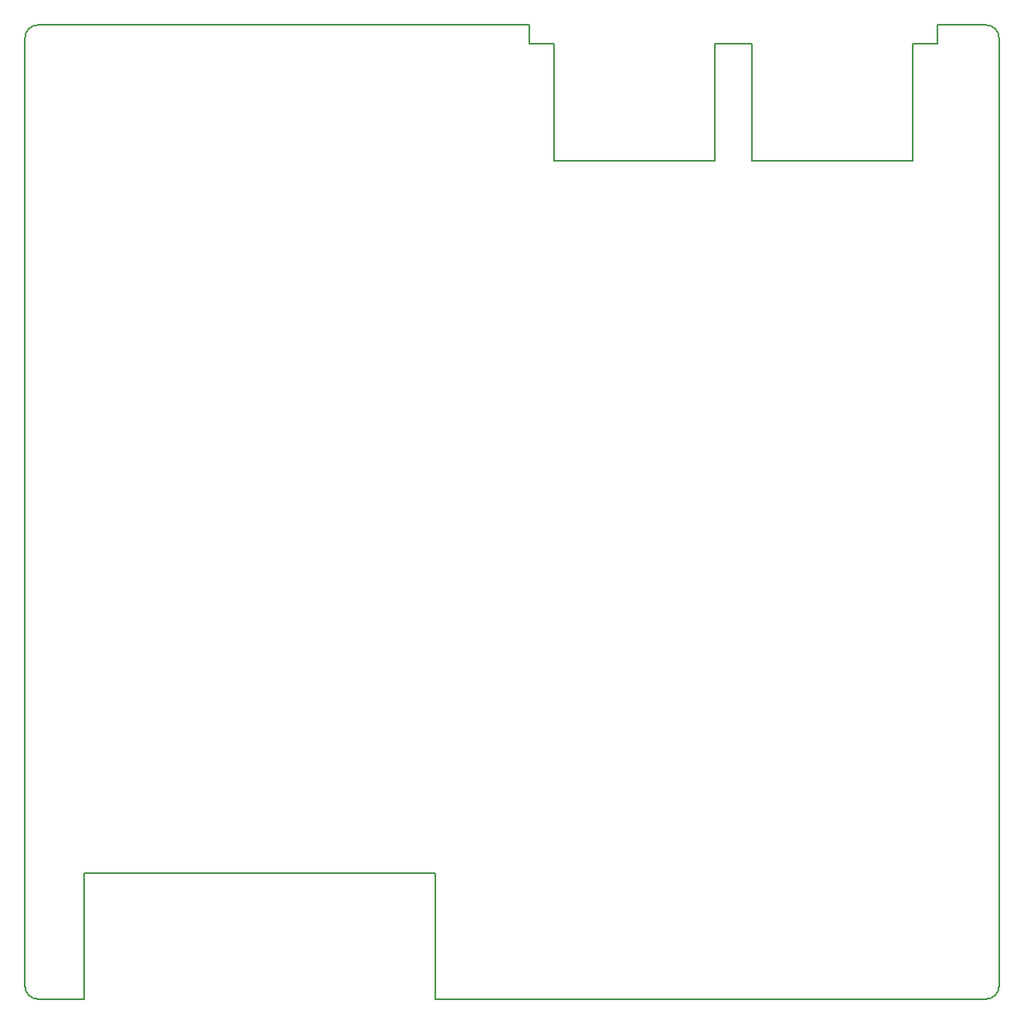
<source format=gm1>
G04 #@! TF.GenerationSoftware,KiCad,Pcbnew,(5.1.8)-1*
G04 #@! TF.CreationDate,2022-02-08T00:22:44+01:00*
G04 #@! TF.ProjectId,BulkyMIDI-32 FA1,42756c6b-794d-4494-9449-2d3332204641,rev?*
G04 #@! TF.SameCoordinates,Original*
G04 #@! TF.FileFunction,Profile,NP*
%FSLAX46Y46*%
G04 Gerber Fmt 4.6, Leading zero omitted, Abs format (unit mm)*
G04 Created by KiCad (PCBNEW (5.1.8)-1) date 2022-02-08 00:22:44*
%MOMM*%
%LPD*%
G01*
G04 APERTURE LIST*
G04 #@! TA.AperFunction,Profile*
%ADD10C,0.150000*%
G04 #@! TD*
G04 APERTURE END LIST*
D10*
X112268000Y-154610000D02*
X168910000Y-154610000D01*
X112268000Y-154610000D02*
X112268000Y-141732000D01*
X76200000Y-154610000D02*
X76200000Y-141732000D01*
X76200000Y-141732000D02*
X112268000Y-141732000D01*
X163830000Y-54610000D02*
X168910000Y-54610000D01*
X121920000Y-56515000D02*
X124460000Y-56515000D01*
X121920000Y-56515000D02*
X121920000Y-54610000D01*
X144780000Y-56515000D02*
X140970000Y-56515000D01*
X163830000Y-56515000D02*
X163830000Y-54610000D01*
X161290000Y-56515000D02*
X163830000Y-56515000D01*
X124460000Y-56515000D02*
X124460000Y-68580000D01*
X140970000Y-56515000D02*
X140970000Y-68580000D01*
X144780000Y-56515000D02*
X144780000Y-68580000D01*
X161290000Y-56515000D02*
X161290000Y-68580000D01*
X140970000Y-68580000D02*
X124460000Y-68580000D01*
X161290000Y-68580000D02*
X144780000Y-68580000D01*
X71450000Y-154610000D02*
X76200000Y-154610000D01*
X170180000Y-55880000D02*
X170180000Y-153340000D01*
X70180000Y-153340000D02*
X70180000Y-55880000D01*
X121920000Y-54610000D02*
X71450000Y-54610000D01*
X71450000Y-54610000D02*
G75*
G03*
X70180000Y-55880000I0J-1270000D01*
G01*
X170180000Y-55880000D02*
G75*
G03*
X168910000Y-54610000I-1270000J0D01*
G01*
X168910000Y-154610000D02*
G75*
G03*
X170180000Y-153340000I0J1270000D01*
G01*
X70180000Y-153340000D02*
G75*
G03*
X71450000Y-154610000I1270000J0D01*
G01*
M02*

</source>
